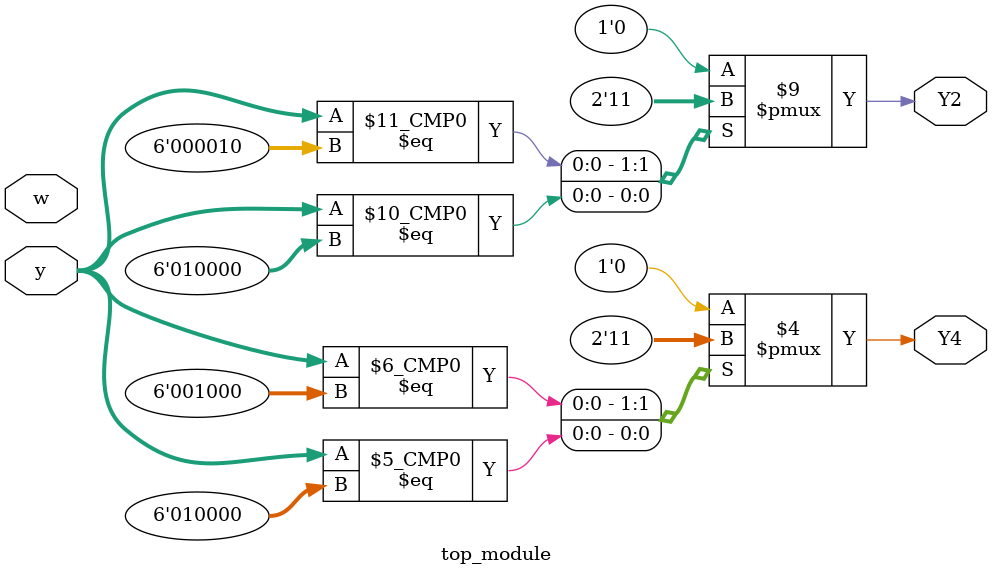
<source format=sv>
module top_module (
    input [6:1] y,
    input w,
    output reg Y2,
    output reg Y4
);

    always @(*) begin
        case(y)
            7'b000001: begin
                Y2 = 1'b0;
                Y4 = 1'b0;
            end
            7'b000010: begin
                Y2 = 1'b1;
                Y4 = 1'b0;
            end
            7'b000100: begin
                Y2 = 1'b0;
                Y4 = 1'b0;
            end
            7'b001000: begin
                Y2 = 1'b0;
                Y4 = 1'b1;
            end
            7'b010000: begin
                Y2 = 1'b1;
                Y4 = 1'b1;
            end
            7'b100000: begin
                Y2 = 1'b0;
                Y4 = 1'b0;
            end
            default: begin
                Y2 = 1'b0;
                Y4 = 1'b0;
            end
        endcase
    end
    
endmodule

</source>
